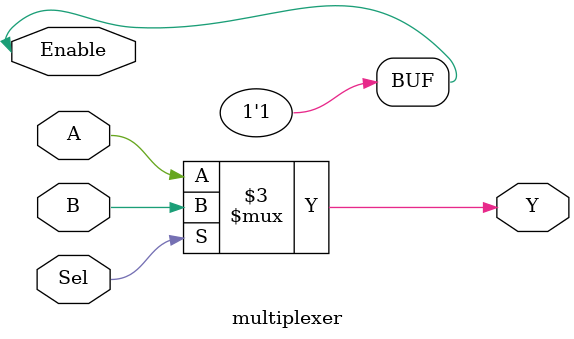
<source format=v>
module multiplexer(
    input A, B, 
    input Enable,
    input Sel,
    output Y
    );
    
    assign Enable = 1'b1;
    
    assign Y = (Sel == 1'b0) && Enable ? A : // If 0 // If 1
               B; //If 2, then... else 3

endmodule

</source>
